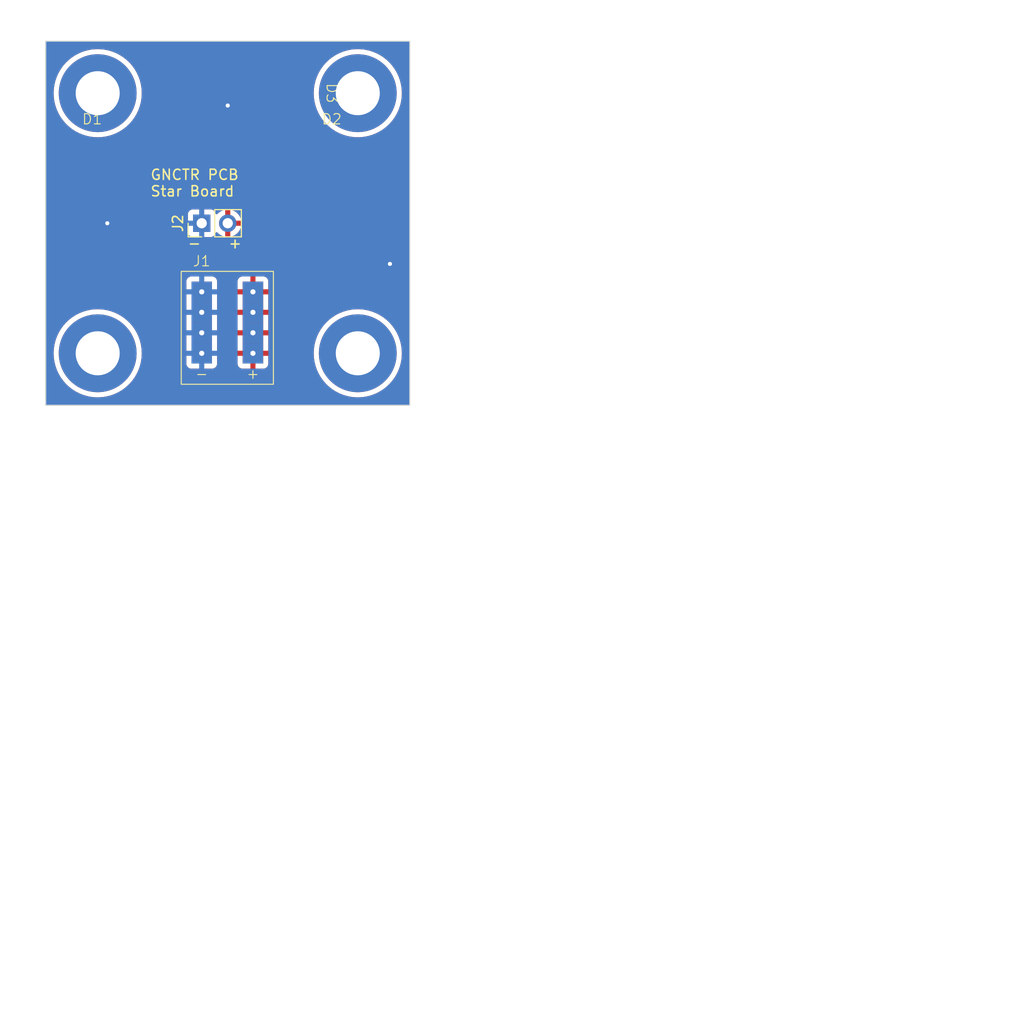
<source format=kicad_pcb>
(kicad_pcb (version 20221018) (generator pcbnew)
  (layers (0 "F.Cu" signal) (31 "B.Cu" signal) (34 "B.Paste" user) (35 "F.Paste" user) (36 "B.SilkS" user "B.Silkscreen") (37 "F.SilkS" user "F.Silkscreen") (38 "B.Mask" user) (39 "F.Mask" user) (44 "Edge.Cuts" user))
  (net 0 "")
  (net 1 "Net-(J1-Pin_2)")
  (net 8 "Net-(J1-Pin_1)")
  (footprint "MountingHole:MountingHole_4.3mm_M4_ISO7380_Pad_TopBottom" (layer "F.Cu") (at 154.94 38.1)
    (fp_text reference "H2" hide)
    (fp_text value "MountingHole_Pad" hide)
    (pad "1" thru_hole circle (at 0 0) (size 4.7 4.7) (drill 4.3) (layers "*.Cu" "*.Mask"))
    (pad "1" connect circle (at 0 0) (size 7.6 7.6) (layers "F.Cu" "F.Mask"))
    (pad "1" connect circle (at 0 0) (size 7.6 7.6) (layers "B.Cu" "B.Mask"))
  )
  (footprint "Star-Library:LY_E65F-DAEA-35-3B5A-50-R33-Z" (layer "F.Cu") (at 142.24 38.1 -90)
    (fp_text reference "D3" (at 0 -10.16 -90 unlocked) (layer "F.SilkS") (effects (font (thickness 0.1))))
    (fp_text value "~")
    (pad "1" smd rect (at -2 -3.15 270) (size 3.3 4.8) (layers "F.Cu" "F.Paste" "F.Mask") (net 1 "Net-(J1-Pin_2)"))
    (pad "2" smd rect (at 2 3.15 270) (size 3.3 4.8) (layers "F.Cu" "F.Paste" "F.Mask") (net 8 "Net-(J1-Pin_1)"))
    (pad "3" smd rect (at 2 -3.15 270) (size 3.3 4.8) (layers "F.Cu" "F.Paste" "F.Mask"))
    (pad "4" smd rect (at -2 3.15 270) (size 3.3 4.8) (layers "F.Cu" "F.Paste" "F.Mask"))
  )
  (footprint "Star-Library:LY_E65F-DAEA-35-3B5A-50-R33-Z" (layer "F.Cu") (at 129 50.8)
    (fp_text reference "D1" (at 0 -10.16 unlocked) (layer "F.SilkS") (effects (font (thickness 0.1))))
    (fp_text value "~")
    (pad "1" smd rect (at -2 -3.15) (size 3.3 4.8) (layers "F.Cu" "F.Paste" "F.Mask") (net 1 "Net-(J1-Pin_2)"))
    (pad "2" smd rect (at 2 3.15) (size 3.3 4.8) (layers "F.Cu" "F.Paste" "F.Mask") (net 8 "Net-(J1-Pin_1)"))
    (pad "3" smd rect (at 2 -3.15) (size 3.3 4.8) (layers "F.Cu" "F.Paste" "F.Mask"))
    (pad "4" smd rect (at -2 3.15) (size 3.3 4.8) (layers "F.Cu" "F.Paste" "F.Mask"))
  )
  (footprint "Star-Library:star_connector" (layer "F.Cu") (at 141.7 58.5)
    (fp_text reference "J1" (at -2 -4 unlocked) (layer "F.SilkS") (effects (font (thickness 0.1))))
    (fp_text value "Conn_01x02" hide)
    (fp_text user "+" (at 3 7 unlocked) (layer "F.SilkS") (effects (font (thickness 0.1))))
    (fp_text user "-" (at -2 7 unlocked) (layer "F.SilkS") (effects (font (thickness 0.1))))
    (fp_rect (start -4 -3) (end 5 8.0254) (stroke (width 0.1)) (fill none) (layer "F.SilkS"))
    (pad "1" thru_hole rect (at -2 -1) (size 2 2) (drill 0.5) (layers "*.Cu" "*.Mask") (net 8 "Net-(J1-Pin_1)"))
    (pad "1" thru_hole rect (at -2 1) (size 2 2) (drill 0.5) (layers "*.Cu" "*.Mask") (net 8 "Net-(J1-Pin_1)"))
    (pad "1" thru_hole rect (at -2 3) (size 2 2) (drill 0.5) (layers "*.Cu" "*.Mask") (net 8 "Net-(J1-Pin_1)"))
    (pad "1" thru_hole rect (at -2 5) (size 2 2) (drill 0.5) (layers "*.Cu" "*.Mask") (net 8 "Net-(J1-Pin_1)"))
    (pad "2" thru_hole rect (at 3 -1) (size 2 2) (drill 0.5) (layers "*.Cu" "*.Mask") (net 1 "Net-(J1-Pin_2)"))
    (pad "2" thru_hole rect (at 3 1) (size 2 2) (drill 0.5) (layers "*.Cu" "*.Mask") (net 1 "Net-(J1-Pin_2)"))
    (pad "2" thru_hole rect (at 3 3) (size 2 2) (drill 0.5) (layers "*.Cu" "*.Mask") (net 1 "Net-(J1-Pin_2)"))
    (pad "2" thru_hole rect (at 3 5) (size 2 2) (drill 0.5) (layers "*.Cu" "*.Mask") (net 1 "Net-(J1-Pin_2)"))
  )
  (footprint "MountingHole:MountingHole_4.3mm_M4_ISO7380_Pad_TopBottom" (layer "F.Cu") (at 154.94 63.5)
    (fp_text reference "H3" hide)
    (fp_text value "MountingHole_Pad" hide)
    (pad "1" thru_hole circle (at 0 0) (size 4.7 4.7) (drill 4.3) (layers "*.Cu" "*.Mask"))
    (pad "1" connect circle (at 0 0) (size 7.6 7.6) (layers "F.Cu" "F.Mask"))
    (pad "1" connect circle (at 0 0) (size 7.6 7.6) (layers "B.Cu" "B.Mask"))
  )
  (footprint "Connector_PinHeader_2.54mm:PinHeader_1x02_P2.54mm_Vertical" (layer "F.Cu") (at 139.7 50.8 90)
    (fp_text reference "J2" (at 0 -2.33 90) (layer "F.SilkS"))
    (fp_text value "Conn_01x02" hide)
    (fp_line (start -1.33 -1.33) (end 0 -1.33) (stroke (width 0.12)) (layer "F.SilkS"))
    (fp_line (start -1.33 0) (end -1.33 -1.33) (stroke (width 0.12)) (layer "F.SilkS"))
    (fp_line (start -1.33 1.27) (end -1.33 3.87) (stroke (width 0.12)) (layer "F.SilkS"))
    (fp_line (start -1.33 1.27) (end 1.33 1.27) (stroke (width 0.12)) (layer "F.SilkS"))
    (fp_line (start -1.33 3.87) (end 1.33 3.87) (stroke (width 0.12)) (layer "F.SilkS"))
    (fp_line (start 1.33 1.27) (end 1.33 3.87) (stroke (width 0.12)) (layer "F.SilkS"))
    (pad "1" thru_hole rect (at 0 0 90) (size 1.7 1.7) (drill 1) (layers "*.Cu" "*.Mask") (net 8 "Net-(J1-Pin_1)"))
    (pad "2" thru_hole oval (at 0 2.54 90) (size 1.7 1.7) (drill 1) (layers "*.Cu" "*.Mask") (net 1 "Net-(J1-Pin_2)"))
  )
  (footprint "MountingHole:MountingHole_4.3mm_M4_ISO7380_Pad_TopBottom" (layer "F.Cu") (at 129.54 38.1)
    (fp_text reference "H1" hide)
    (fp_text value "MountingHole_Pad" hide)
    (pad "1" thru_hole circle (at 0 0) (size 4.7 4.7) (drill 4.3) (layers "*.Cu" "*.Mask"))
    (pad "1" connect circle (at 0 0) (size 7.6 7.6) (layers "F.Cu" "F.Mask"))
    (pad "1" connect circle (at 0 0) (size 7.6 7.6) (layers "B.Cu" "B.Mask"))
  )
  (footprint "Star-Library:LY_E65F-DAEA-35-3B5A-50-R33-Z" (layer "F.Cu") (at 152.4 50.8)
    (fp_text reference "D2" (at 0 -10.16 unlocked) (layer "F.SilkS") (effects (font (thickness 0.1))))
    (fp_text value "~")
    (pad "1" smd rect (at -2 -3.15) (size 3.3 4.8) (layers "F.Cu" "F.Paste" "F.Mask") (net 1 "Net-(J1-Pin_2)"))
    (pad "2" smd rect (at 2 3.15) (size 3.3 4.8) (layers "F.Cu" "F.Paste" "F.Mask") (net 8 "Net-(J1-Pin_1)"))
    (pad "3" smd rect (at 2 -3.15) (size 3.3 4.8) (layers "F.Cu" "F.Paste" "F.Mask"))
    (pad "4" smd rect (at -2 3.15) (size 3.3 4.8) (layers "F.Cu" "F.Paste" "F.Mask"))
  )
  (footprint "MountingHole:MountingHole_4.3mm_M4_ISO7380_Pad_TopBottom" (layer "F.Cu") (at 129.54 63.5)
    (fp_text reference "H4" hide)
    (fp_text value "MountingHole_Pad" hide)
    (pad "1" thru_hole circle (at 0 0) (size 4.7 4.7) (drill 4.3) (layers "*.Cu" "*.Mask"))
    (pad "1" connect circle (at 0 0) (size 7.6 7.6) (layers "F.Cu" "F.Mask"))
    (pad "1" connect circle (at 0 0) (size 7.6 7.6) (layers "B.Cu" "B.Mask"))
  )
  (gr_rect (start 124.46 33.02) (end 160.02 68.58) (stroke (width 0.1)) (fill none) (layer "Edge.Cuts"))
  (gr_text "-" (at 139.7 53.34) (layer "F.SilkS") (effects (font (size 1 1)) (justify right bottom)))
  (gr_text "+" (at 142.24 53.34) (layer "F.SilkS") (effects (font (size 1 1)) (justify left bottom)))
  (gr_text "GNCTR PCB\nStar Board" (at 134.62 48.26) (layer "F.SilkS") (effects (font (size 1 1)) (justify left bottom)))
  (segment (start 142.24 39.3081) (end 141.8169 39.7312) (width 0.25) (layer "F.Cu") (net 8))
  (segment (start 130.9015 51.2231) (end 131 51.2231) (width 0.25) (layer "F.Cu") (net 8))
  (segment (start 139.09 40.1) (end 141.8169 40.1) (width 0.25) (layer "F.Cu") (net 8))
  (segment (start 154.4 53.95) (end 156.3769 53.95) (width 0.25) (layer "F.Cu") (net 8))
  (segment (start 157.2 54.7731) (end 156.3769 53.95) (width 0.25) (layer "F.Cu") (net 8))
  (segment (start 158.0786 54.7731) (end 157.2 54.7731) (width 0.25) (layer "F.Cu") (net 8))
  (segment (start 131 53.95) (end 131 51.2231) (width 0.25) (layer "F.Cu") (net 8))
  (segment (start 141.8169 39.7312) (end 141.8169 40.1) (width 0.25) (layer "F.Cu") (net 8))
  (segment (start 130.4784 50.8) (end 130.9015 51.2231) (width 0.25) (layer "F.Cu") (net 8))
  (via (at 158.0786 54.7731) (size 0.8) (drill 0.4) (layers "F.Cu" "B.Cu") (net 8))
  (via (at 142.24 39.3081) (size 0.8) (drill 0.4) (layers "F.Cu" "B.Cu") (net 8))
  (via (at 130.4784 50.8) (size 0.8) (drill 0.4) (layers "F.Cu" "B.Cu") (net 8))
  (zone (net 1) (net_name "Net-(J1-Pin_2)") (layer "F.Cu") (priority 1) (connect_pads (clearance 0.5)) (min_thickness 0.25) (fill yes (thermal_gap 0.5) (thermal_bridge_width 0.5))
    (polygon (pts (xy 120 29) (xy 120 129) (xy 220 129) (xy 220 29)))
  )
  (zone (net 8) (net_name "Net-(J1-Pin_1)") (layer "B.Cu") (connect_pads (clearance 0.5)) (min_thickness 0.25) (fill yes (thermal_gap 0.5) (thermal_bridge_width 0.5))
    (polygon (pts (xy 220 29) (xy 220 129) (xy 120 129) (xy 120 29)))
  )
)
</source>
